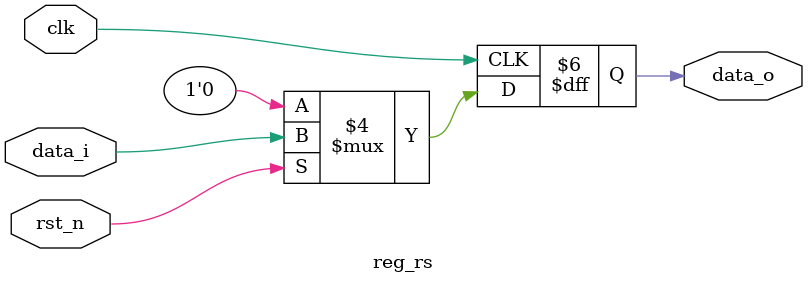
<source format=v>
`include "mydefines.v"

module reg_rs #(
    parameter DW = 1, 
    parameter RESET_VAL = 0//,
    //parameter REG_NAME = "reg_rs"
) (
    input clk,
    input rst_n,
    input [DW-1:0] data_i,
    output reg [DW-1:0] data_o
);
    always @(posedge clk) begin
        if (~rst_n) data_o <= RESET_VAL;
        else data_o <= data_i;
    end
endmodule


</source>
